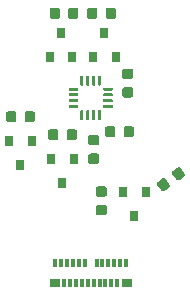
<source format=gbr>
G04 #@! TF.GenerationSoftware,KiCad,Pcbnew,5.1.5*
G04 #@! TF.CreationDate,2020-04-28T21:36:49+02:00*
G04 #@! TF.ProjectId,movingstar,6d6f7669-6e67-4737-9461-722e6b696361,rev?*
G04 #@! TF.SameCoordinates,Original*
G04 #@! TF.FileFunction,Paste,Bot*
G04 #@! TF.FilePolarity,Positive*
%FSLAX46Y46*%
G04 Gerber Fmt 4.6, Leading zero omitted, Abs format (unit mm)*
G04 Created by KiCad (PCBNEW 5.1.5) date 2020-04-28 21:36:49*
%MOMM*%
%LPD*%
G04 APERTURE LIST*
%ADD10C,0.100000*%
%ADD11R,0.300000X0.700000*%
%ADD12R,0.900000X0.700000*%
%ADD13R,0.800000X0.900000*%
G04 APERTURE END LIST*
D10*
G36*
X200818626Y-101050301D02*
G01*
X200824693Y-101051201D01*
X200830643Y-101052691D01*
X200836418Y-101054758D01*
X200841962Y-101057380D01*
X200847223Y-101060533D01*
X200852150Y-101064187D01*
X200856694Y-101068306D01*
X200860813Y-101072850D01*
X200864467Y-101077777D01*
X200867620Y-101083038D01*
X200870242Y-101088582D01*
X200872309Y-101094357D01*
X200873799Y-101100307D01*
X200874699Y-101106374D01*
X200875000Y-101112500D01*
X200875000Y-101812500D01*
X200874699Y-101818626D01*
X200873799Y-101824693D01*
X200872309Y-101830643D01*
X200870242Y-101836418D01*
X200867620Y-101841962D01*
X200864467Y-101847223D01*
X200860813Y-101852150D01*
X200856694Y-101856694D01*
X200852150Y-101860813D01*
X200847223Y-101864467D01*
X200841962Y-101867620D01*
X200836418Y-101870242D01*
X200830643Y-101872309D01*
X200824693Y-101873799D01*
X200818626Y-101874699D01*
X200812500Y-101875000D01*
X200687500Y-101875000D01*
X200681374Y-101874699D01*
X200675307Y-101873799D01*
X200669357Y-101872309D01*
X200663582Y-101870242D01*
X200658038Y-101867620D01*
X200652777Y-101864467D01*
X200647850Y-101860813D01*
X200643306Y-101856694D01*
X200639187Y-101852150D01*
X200635533Y-101847223D01*
X200632380Y-101841962D01*
X200629758Y-101836418D01*
X200627691Y-101830643D01*
X200626201Y-101824693D01*
X200625301Y-101818626D01*
X200625000Y-101812500D01*
X200625000Y-101112500D01*
X200625301Y-101106374D01*
X200626201Y-101100307D01*
X200627691Y-101094357D01*
X200629758Y-101088582D01*
X200632380Y-101083038D01*
X200635533Y-101077777D01*
X200639187Y-101072850D01*
X200643306Y-101068306D01*
X200647850Y-101064187D01*
X200652777Y-101060533D01*
X200658038Y-101057380D01*
X200663582Y-101054758D01*
X200669357Y-101052691D01*
X200675307Y-101051201D01*
X200681374Y-101050301D01*
X200687500Y-101050000D01*
X200812500Y-101050000D01*
X200818626Y-101050301D01*
G37*
G36*
X200318626Y-101050301D02*
G01*
X200324693Y-101051201D01*
X200330643Y-101052691D01*
X200336418Y-101054758D01*
X200341962Y-101057380D01*
X200347223Y-101060533D01*
X200352150Y-101064187D01*
X200356694Y-101068306D01*
X200360813Y-101072850D01*
X200364467Y-101077777D01*
X200367620Y-101083038D01*
X200370242Y-101088582D01*
X200372309Y-101094357D01*
X200373799Y-101100307D01*
X200374699Y-101106374D01*
X200375000Y-101112500D01*
X200375000Y-101812500D01*
X200374699Y-101818626D01*
X200373799Y-101824693D01*
X200372309Y-101830643D01*
X200370242Y-101836418D01*
X200367620Y-101841962D01*
X200364467Y-101847223D01*
X200360813Y-101852150D01*
X200356694Y-101856694D01*
X200352150Y-101860813D01*
X200347223Y-101864467D01*
X200341962Y-101867620D01*
X200336418Y-101870242D01*
X200330643Y-101872309D01*
X200324693Y-101873799D01*
X200318626Y-101874699D01*
X200312500Y-101875000D01*
X200187500Y-101875000D01*
X200181374Y-101874699D01*
X200175307Y-101873799D01*
X200169357Y-101872309D01*
X200163582Y-101870242D01*
X200158038Y-101867620D01*
X200152777Y-101864467D01*
X200147850Y-101860813D01*
X200143306Y-101856694D01*
X200139187Y-101852150D01*
X200135533Y-101847223D01*
X200132380Y-101841962D01*
X200129758Y-101836418D01*
X200127691Y-101830643D01*
X200126201Y-101824693D01*
X200125301Y-101818626D01*
X200125000Y-101812500D01*
X200125000Y-101112500D01*
X200125301Y-101106374D01*
X200126201Y-101100307D01*
X200127691Y-101094357D01*
X200129758Y-101088582D01*
X200132380Y-101083038D01*
X200135533Y-101077777D01*
X200139187Y-101072850D01*
X200143306Y-101068306D01*
X200147850Y-101064187D01*
X200152777Y-101060533D01*
X200158038Y-101057380D01*
X200163582Y-101054758D01*
X200169357Y-101052691D01*
X200175307Y-101051201D01*
X200181374Y-101050301D01*
X200187500Y-101050000D01*
X200312500Y-101050000D01*
X200318626Y-101050301D01*
G37*
G36*
X199818626Y-101050301D02*
G01*
X199824693Y-101051201D01*
X199830643Y-101052691D01*
X199836418Y-101054758D01*
X199841962Y-101057380D01*
X199847223Y-101060533D01*
X199852150Y-101064187D01*
X199856694Y-101068306D01*
X199860813Y-101072850D01*
X199864467Y-101077777D01*
X199867620Y-101083038D01*
X199870242Y-101088582D01*
X199872309Y-101094357D01*
X199873799Y-101100307D01*
X199874699Y-101106374D01*
X199875000Y-101112500D01*
X199875000Y-101812500D01*
X199874699Y-101818626D01*
X199873799Y-101824693D01*
X199872309Y-101830643D01*
X199870242Y-101836418D01*
X199867620Y-101841962D01*
X199864467Y-101847223D01*
X199860813Y-101852150D01*
X199856694Y-101856694D01*
X199852150Y-101860813D01*
X199847223Y-101864467D01*
X199841962Y-101867620D01*
X199836418Y-101870242D01*
X199830643Y-101872309D01*
X199824693Y-101873799D01*
X199818626Y-101874699D01*
X199812500Y-101875000D01*
X199687500Y-101875000D01*
X199681374Y-101874699D01*
X199675307Y-101873799D01*
X199669357Y-101872309D01*
X199663582Y-101870242D01*
X199658038Y-101867620D01*
X199652777Y-101864467D01*
X199647850Y-101860813D01*
X199643306Y-101856694D01*
X199639187Y-101852150D01*
X199635533Y-101847223D01*
X199632380Y-101841962D01*
X199629758Y-101836418D01*
X199627691Y-101830643D01*
X199626201Y-101824693D01*
X199625301Y-101818626D01*
X199625000Y-101812500D01*
X199625000Y-101112500D01*
X199625301Y-101106374D01*
X199626201Y-101100307D01*
X199627691Y-101094357D01*
X199629758Y-101088582D01*
X199632380Y-101083038D01*
X199635533Y-101077777D01*
X199639187Y-101072850D01*
X199643306Y-101068306D01*
X199647850Y-101064187D01*
X199652777Y-101060533D01*
X199658038Y-101057380D01*
X199663582Y-101054758D01*
X199669357Y-101052691D01*
X199675307Y-101051201D01*
X199681374Y-101050301D01*
X199687500Y-101050000D01*
X199812500Y-101050000D01*
X199818626Y-101050301D01*
G37*
G36*
X199318626Y-101050301D02*
G01*
X199324693Y-101051201D01*
X199330643Y-101052691D01*
X199336418Y-101054758D01*
X199341962Y-101057380D01*
X199347223Y-101060533D01*
X199352150Y-101064187D01*
X199356694Y-101068306D01*
X199360813Y-101072850D01*
X199364467Y-101077777D01*
X199367620Y-101083038D01*
X199370242Y-101088582D01*
X199372309Y-101094357D01*
X199373799Y-101100307D01*
X199374699Y-101106374D01*
X199375000Y-101112500D01*
X199375000Y-101812500D01*
X199374699Y-101818626D01*
X199373799Y-101824693D01*
X199372309Y-101830643D01*
X199370242Y-101836418D01*
X199367620Y-101841962D01*
X199364467Y-101847223D01*
X199360813Y-101852150D01*
X199356694Y-101856694D01*
X199352150Y-101860813D01*
X199347223Y-101864467D01*
X199341962Y-101867620D01*
X199336418Y-101870242D01*
X199330643Y-101872309D01*
X199324693Y-101873799D01*
X199318626Y-101874699D01*
X199312500Y-101875000D01*
X199187500Y-101875000D01*
X199181374Y-101874699D01*
X199175307Y-101873799D01*
X199169357Y-101872309D01*
X199163582Y-101870242D01*
X199158038Y-101867620D01*
X199152777Y-101864467D01*
X199147850Y-101860813D01*
X199143306Y-101856694D01*
X199139187Y-101852150D01*
X199135533Y-101847223D01*
X199132380Y-101841962D01*
X199129758Y-101836418D01*
X199127691Y-101830643D01*
X199126201Y-101824693D01*
X199125301Y-101818626D01*
X199125000Y-101812500D01*
X199125000Y-101112500D01*
X199125301Y-101106374D01*
X199126201Y-101100307D01*
X199127691Y-101094357D01*
X199129758Y-101088582D01*
X199132380Y-101083038D01*
X199135533Y-101077777D01*
X199139187Y-101072850D01*
X199143306Y-101068306D01*
X199147850Y-101064187D01*
X199152777Y-101060533D01*
X199158038Y-101057380D01*
X199163582Y-101054758D01*
X199169357Y-101052691D01*
X199175307Y-101051201D01*
X199181374Y-101050301D01*
X199187500Y-101050000D01*
X199312500Y-101050000D01*
X199318626Y-101050301D01*
G37*
G36*
X198893626Y-100625301D02*
G01*
X198899693Y-100626201D01*
X198905643Y-100627691D01*
X198911418Y-100629758D01*
X198916962Y-100632380D01*
X198922223Y-100635533D01*
X198927150Y-100639187D01*
X198931694Y-100643306D01*
X198935813Y-100647850D01*
X198939467Y-100652777D01*
X198942620Y-100658038D01*
X198945242Y-100663582D01*
X198947309Y-100669357D01*
X198948799Y-100675307D01*
X198949699Y-100681374D01*
X198950000Y-100687500D01*
X198950000Y-100812500D01*
X198949699Y-100818626D01*
X198948799Y-100824693D01*
X198947309Y-100830643D01*
X198945242Y-100836418D01*
X198942620Y-100841962D01*
X198939467Y-100847223D01*
X198935813Y-100852150D01*
X198931694Y-100856694D01*
X198927150Y-100860813D01*
X198922223Y-100864467D01*
X198916962Y-100867620D01*
X198911418Y-100870242D01*
X198905643Y-100872309D01*
X198899693Y-100873799D01*
X198893626Y-100874699D01*
X198887500Y-100875000D01*
X198187500Y-100875000D01*
X198181374Y-100874699D01*
X198175307Y-100873799D01*
X198169357Y-100872309D01*
X198163582Y-100870242D01*
X198158038Y-100867620D01*
X198152777Y-100864467D01*
X198147850Y-100860813D01*
X198143306Y-100856694D01*
X198139187Y-100852150D01*
X198135533Y-100847223D01*
X198132380Y-100841962D01*
X198129758Y-100836418D01*
X198127691Y-100830643D01*
X198126201Y-100824693D01*
X198125301Y-100818626D01*
X198125000Y-100812500D01*
X198125000Y-100687500D01*
X198125301Y-100681374D01*
X198126201Y-100675307D01*
X198127691Y-100669357D01*
X198129758Y-100663582D01*
X198132380Y-100658038D01*
X198135533Y-100652777D01*
X198139187Y-100647850D01*
X198143306Y-100643306D01*
X198147850Y-100639187D01*
X198152777Y-100635533D01*
X198158038Y-100632380D01*
X198163582Y-100629758D01*
X198169357Y-100627691D01*
X198175307Y-100626201D01*
X198181374Y-100625301D01*
X198187500Y-100625000D01*
X198887500Y-100625000D01*
X198893626Y-100625301D01*
G37*
G36*
X198893626Y-100125301D02*
G01*
X198899693Y-100126201D01*
X198905643Y-100127691D01*
X198911418Y-100129758D01*
X198916962Y-100132380D01*
X198922223Y-100135533D01*
X198927150Y-100139187D01*
X198931694Y-100143306D01*
X198935813Y-100147850D01*
X198939467Y-100152777D01*
X198942620Y-100158038D01*
X198945242Y-100163582D01*
X198947309Y-100169357D01*
X198948799Y-100175307D01*
X198949699Y-100181374D01*
X198950000Y-100187500D01*
X198950000Y-100312500D01*
X198949699Y-100318626D01*
X198948799Y-100324693D01*
X198947309Y-100330643D01*
X198945242Y-100336418D01*
X198942620Y-100341962D01*
X198939467Y-100347223D01*
X198935813Y-100352150D01*
X198931694Y-100356694D01*
X198927150Y-100360813D01*
X198922223Y-100364467D01*
X198916962Y-100367620D01*
X198911418Y-100370242D01*
X198905643Y-100372309D01*
X198899693Y-100373799D01*
X198893626Y-100374699D01*
X198887500Y-100375000D01*
X198187500Y-100375000D01*
X198181374Y-100374699D01*
X198175307Y-100373799D01*
X198169357Y-100372309D01*
X198163582Y-100370242D01*
X198158038Y-100367620D01*
X198152777Y-100364467D01*
X198147850Y-100360813D01*
X198143306Y-100356694D01*
X198139187Y-100352150D01*
X198135533Y-100347223D01*
X198132380Y-100341962D01*
X198129758Y-100336418D01*
X198127691Y-100330643D01*
X198126201Y-100324693D01*
X198125301Y-100318626D01*
X198125000Y-100312500D01*
X198125000Y-100187500D01*
X198125301Y-100181374D01*
X198126201Y-100175307D01*
X198127691Y-100169357D01*
X198129758Y-100163582D01*
X198132380Y-100158038D01*
X198135533Y-100152777D01*
X198139187Y-100147850D01*
X198143306Y-100143306D01*
X198147850Y-100139187D01*
X198152777Y-100135533D01*
X198158038Y-100132380D01*
X198163582Y-100129758D01*
X198169357Y-100127691D01*
X198175307Y-100126201D01*
X198181374Y-100125301D01*
X198187500Y-100125000D01*
X198887500Y-100125000D01*
X198893626Y-100125301D01*
G37*
G36*
X198893626Y-99625301D02*
G01*
X198899693Y-99626201D01*
X198905643Y-99627691D01*
X198911418Y-99629758D01*
X198916962Y-99632380D01*
X198922223Y-99635533D01*
X198927150Y-99639187D01*
X198931694Y-99643306D01*
X198935813Y-99647850D01*
X198939467Y-99652777D01*
X198942620Y-99658038D01*
X198945242Y-99663582D01*
X198947309Y-99669357D01*
X198948799Y-99675307D01*
X198949699Y-99681374D01*
X198950000Y-99687500D01*
X198950000Y-99812500D01*
X198949699Y-99818626D01*
X198948799Y-99824693D01*
X198947309Y-99830643D01*
X198945242Y-99836418D01*
X198942620Y-99841962D01*
X198939467Y-99847223D01*
X198935813Y-99852150D01*
X198931694Y-99856694D01*
X198927150Y-99860813D01*
X198922223Y-99864467D01*
X198916962Y-99867620D01*
X198911418Y-99870242D01*
X198905643Y-99872309D01*
X198899693Y-99873799D01*
X198893626Y-99874699D01*
X198887500Y-99875000D01*
X198187500Y-99875000D01*
X198181374Y-99874699D01*
X198175307Y-99873799D01*
X198169357Y-99872309D01*
X198163582Y-99870242D01*
X198158038Y-99867620D01*
X198152777Y-99864467D01*
X198147850Y-99860813D01*
X198143306Y-99856694D01*
X198139187Y-99852150D01*
X198135533Y-99847223D01*
X198132380Y-99841962D01*
X198129758Y-99836418D01*
X198127691Y-99830643D01*
X198126201Y-99824693D01*
X198125301Y-99818626D01*
X198125000Y-99812500D01*
X198125000Y-99687500D01*
X198125301Y-99681374D01*
X198126201Y-99675307D01*
X198127691Y-99669357D01*
X198129758Y-99663582D01*
X198132380Y-99658038D01*
X198135533Y-99652777D01*
X198139187Y-99647850D01*
X198143306Y-99643306D01*
X198147850Y-99639187D01*
X198152777Y-99635533D01*
X198158038Y-99632380D01*
X198163582Y-99629758D01*
X198169357Y-99627691D01*
X198175307Y-99626201D01*
X198181374Y-99625301D01*
X198187500Y-99625000D01*
X198887500Y-99625000D01*
X198893626Y-99625301D01*
G37*
G36*
X198893626Y-99125301D02*
G01*
X198899693Y-99126201D01*
X198905643Y-99127691D01*
X198911418Y-99129758D01*
X198916962Y-99132380D01*
X198922223Y-99135533D01*
X198927150Y-99139187D01*
X198931694Y-99143306D01*
X198935813Y-99147850D01*
X198939467Y-99152777D01*
X198942620Y-99158038D01*
X198945242Y-99163582D01*
X198947309Y-99169357D01*
X198948799Y-99175307D01*
X198949699Y-99181374D01*
X198950000Y-99187500D01*
X198950000Y-99312500D01*
X198949699Y-99318626D01*
X198948799Y-99324693D01*
X198947309Y-99330643D01*
X198945242Y-99336418D01*
X198942620Y-99341962D01*
X198939467Y-99347223D01*
X198935813Y-99352150D01*
X198931694Y-99356694D01*
X198927150Y-99360813D01*
X198922223Y-99364467D01*
X198916962Y-99367620D01*
X198911418Y-99370242D01*
X198905643Y-99372309D01*
X198899693Y-99373799D01*
X198893626Y-99374699D01*
X198887500Y-99375000D01*
X198187500Y-99375000D01*
X198181374Y-99374699D01*
X198175307Y-99373799D01*
X198169357Y-99372309D01*
X198163582Y-99370242D01*
X198158038Y-99367620D01*
X198152777Y-99364467D01*
X198147850Y-99360813D01*
X198143306Y-99356694D01*
X198139187Y-99352150D01*
X198135533Y-99347223D01*
X198132380Y-99341962D01*
X198129758Y-99336418D01*
X198127691Y-99330643D01*
X198126201Y-99324693D01*
X198125301Y-99318626D01*
X198125000Y-99312500D01*
X198125000Y-99187500D01*
X198125301Y-99181374D01*
X198126201Y-99175307D01*
X198127691Y-99169357D01*
X198129758Y-99163582D01*
X198132380Y-99158038D01*
X198135533Y-99152777D01*
X198139187Y-99147850D01*
X198143306Y-99143306D01*
X198147850Y-99139187D01*
X198152777Y-99135533D01*
X198158038Y-99132380D01*
X198163582Y-99129758D01*
X198169357Y-99127691D01*
X198175307Y-99126201D01*
X198181374Y-99125301D01*
X198187500Y-99125000D01*
X198887500Y-99125000D01*
X198893626Y-99125301D01*
G37*
G36*
X199318626Y-98125301D02*
G01*
X199324693Y-98126201D01*
X199330643Y-98127691D01*
X199336418Y-98129758D01*
X199341962Y-98132380D01*
X199347223Y-98135533D01*
X199352150Y-98139187D01*
X199356694Y-98143306D01*
X199360813Y-98147850D01*
X199364467Y-98152777D01*
X199367620Y-98158038D01*
X199370242Y-98163582D01*
X199372309Y-98169357D01*
X199373799Y-98175307D01*
X199374699Y-98181374D01*
X199375000Y-98187500D01*
X199375000Y-98887500D01*
X199374699Y-98893626D01*
X199373799Y-98899693D01*
X199372309Y-98905643D01*
X199370242Y-98911418D01*
X199367620Y-98916962D01*
X199364467Y-98922223D01*
X199360813Y-98927150D01*
X199356694Y-98931694D01*
X199352150Y-98935813D01*
X199347223Y-98939467D01*
X199341962Y-98942620D01*
X199336418Y-98945242D01*
X199330643Y-98947309D01*
X199324693Y-98948799D01*
X199318626Y-98949699D01*
X199312500Y-98950000D01*
X199187500Y-98950000D01*
X199181374Y-98949699D01*
X199175307Y-98948799D01*
X199169357Y-98947309D01*
X199163582Y-98945242D01*
X199158038Y-98942620D01*
X199152777Y-98939467D01*
X199147850Y-98935813D01*
X199143306Y-98931694D01*
X199139187Y-98927150D01*
X199135533Y-98922223D01*
X199132380Y-98916962D01*
X199129758Y-98911418D01*
X199127691Y-98905643D01*
X199126201Y-98899693D01*
X199125301Y-98893626D01*
X199125000Y-98887500D01*
X199125000Y-98187500D01*
X199125301Y-98181374D01*
X199126201Y-98175307D01*
X199127691Y-98169357D01*
X199129758Y-98163582D01*
X199132380Y-98158038D01*
X199135533Y-98152777D01*
X199139187Y-98147850D01*
X199143306Y-98143306D01*
X199147850Y-98139187D01*
X199152777Y-98135533D01*
X199158038Y-98132380D01*
X199163582Y-98129758D01*
X199169357Y-98127691D01*
X199175307Y-98126201D01*
X199181374Y-98125301D01*
X199187500Y-98125000D01*
X199312500Y-98125000D01*
X199318626Y-98125301D01*
G37*
G36*
X199818626Y-98125301D02*
G01*
X199824693Y-98126201D01*
X199830643Y-98127691D01*
X199836418Y-98129758D01*
X199841962Y-98132380D01*
X199847223Y-98135533D01*
X199852150Y-98139187D01*
X199856694Y-98143306D01*
X199860813Y-98147850D01*
X199864467Y-98152777D01*
X199867620Y-98158038D01*
X199870242Y-98163582D01*
X199872309Y-98169357D01*
X199873799Y-98175307D01*
X199874699Y-98181374D01*
X199875000Y-98187500D01*
X199875000Y-98887500D01*
X199874699Y-98893626D01*
X199873799Y-98899693D01*
X199872309Y-98905643D01*
X199870242Y-98911418D01*
X199867620Y-98916962D01*
X199864467Y-98922223D01*
X199860813Y-98927150D01*
X199856694Y-98931694D01*
X199852150Y-98935813D01*
X199847223Y-98939467D01*
X199841962Y-98942620D01*
X199836418Y-98945242D01*
X199830643Y-98947309D01*
X199824693Y-98948799D01*
X199818626Y-98949699D01*
X199812500Y-98950000D01*
X199687500Y-98950000D01*
X199681374Y-98949699D01*
X199675307Y-98948799D01*
X199669357Y-98947309D01*
X199663582Y-98945242D01*
X199658038Y-98942620D01*
X199652777Y-98939467D01*
X199647850Y-98935813D01*
X199643306Y-98931694D01*
X199639187Y-98927150D01*
X199635533Y-98922223D01*
X199632380Y-98916962D01*
X199629758Y-98911418D01*
X199627691Y-98905643D01*
X199626201Y-98899693D01*
X199625301Y-98893626D01*
X199625000Y-98887500D01*
X199625000Y-98187500D01*
X199625301Y-98181374D01*
X199626201Y-98175307D01*
X199627691Y-98169357D01*
X199629758Y-98163582D01*
X199632380Y-98158038D01*
X199635533Y-98152777D01*
X199639187Y-98147850D01*
X199643306Y-98143306D01*
X199647850Y-98139187D01*
X199652777Y-98135533D01*
X199658038Y-98132380D01*
X199663582Y-98129758D01*
X199669357Y-98127691D01*
X199675307Y-98126201D01*
X199681374Y-98125301D01*
X199687500Y-98125000D01*
X199812500Y-98125000D01*
X199818626Y-98125301D01*
G37*
G36*
X200318626Y-98125301D02*
G01*
X200324693Y-98126201D01*
X200330643Y-98127691D01*
X200336418Y-98129758D01*
X200341962Y-98132380D01*
X200347223Y-98135533D01*
X200352150Y-98139187D01*
X200356694Y-98143306D01*
X200360813Y-98147850D01*
X200364467Y-98152777D01*
X200367620Y-98158038D01*
X200370242Y-98163582D01*
X200372309Y-98169357D01*
X200373799Y-98175307D01*
X200374699Y-98181374D01*
X200375000Y-98187500D01*
X200375000Y-98887500D01*
X200374699Y-98893626D01*
X200373799Y-98899693D01*
X200372309Y-98905643D01*
X200370242Y-98911418D01*
X200367620Y-98916962D01*
X200364467Y-98922223D01*
X200360813Y-98927150D01*
X200356694Y-98931694D01*
X200352150Y-98935813D01*
X200347223Y-98939467D01*
X200341962Y-98942620D01*
X200336418Y-98945242D01*
X200330643Y-98947309D01*
X200324693Y-98948799D01*
X200318626Y-98949699D01*
X200312500Y-98950000D01*
X200187500Y-98950000D01*
X200181374Y-98949699D01*
X200175307Y-98948799D01*
X200169357Y-98947309D01*
X200163582Y-98945242D01*
X200158038Y-98942620D01*
X200152777Y-98939467D01*
X200147850Y-98935813D01*
X200143306Y-98931694D01*
X200139187Y-98927150D01*
X200135533Y-98922223D01*
X200132380Y-98916962D01*
X200129758Y-98911418D01*
X200127691Y-98905643D01*
X200126201Y-98899693D01*
X200125301Y-98893626D01*
X200125000Y-98887500D01*
X200125000Y-98187500D01*
X200125301Y-98181374D01*
X200126201Y-98175307D01*
X200127691Y-98169357D01*
X200129758Y-98163582D01*
X200132380Y-98158038D01*
X200135533Y-98152777D01*
X200139187Y-98147850D01*
X200143306Y-98143306D01*
X200147850Y-98139187D01*
X200152777Y-98135533D01*
X200158038Y-98132380D01*
X200163582Y-98129758D01*
X200169357Y-98127691D01*
X200175307Y-98126201D01*
X200181374Y-98125301D01*
X200187500Y-98125000D01*
X200312500Y-98125000D01*
X200318626Y-98125301D01*
G37*
G36*
X200818626Y-98125301D02*
G01*
X200824693Y-98126201D01*
X200830643Y-98127691D01*
X200836418Y-98129758D01*
X200841962Y-98132380D01*
X200847223Y-98135533D01*
X200852150Y-98139187D01*
X200856694Y-98143306D01*
X200860813Y-98147850D01*
X200864467Y-98152777D01*
X200867620Y-98158038D01*
X200870242Y-98163582D01*
X200872309Y-98169357D01*
X200873799Y-98175307D01*
X200874699Y-98181374D01*
X200875000Y-98187500D01*
X200875000Y-98887500D01*
X200874699Y-98893626D01*
X200873799Y-98899693D01*
X200872309Y-98905643D01*
X200870242Y-98911418D01*
X200867620Y-98916962D01*
X200864467Y-98922223D01*
X200860813Y-98927150D01*
X200856694Y-98931694D01*
X200852150Y-98935813D01*
X200847223Y-98939467D01*
X200841962Y-98942620D01*
X200836418Y-98945242D01*
X200830643Y-98947309D01*
X200824693Y-98948799D01*
X200818626Y-98949699D01*
X200812500Y-98950000D01*
X200687500Y-98950000D01*
X200681374Y-98949699D01*
X200675307Y-98948799D01*
X200669357Y-98947309D01*
X200663582Y-98945242D01*
X200658038Y-98942620D01*
X200652777Y-98939467D01*
X200647850Y-98935813D01*
X200643306Y-98931694D01*
X200639187Y-98927150D01*
X200635533Y-98922223D01*
X200632380Y-98916962D01*
X200629758Y-98911418D01*
X200627691Y-98905643D01*
X200626201Y-98899693D01*
X200625301Y-98893626D01*
X200625000Y-98887500D01*
X200625000Y-98187500D01*
X200625301Y-98181374D01*
X200626201Y-98175307D01*
X200627691Y-98169357D01*
X200629758Y-98163582D01*
X200632380Y-98158038D01*
X200635533Y-98152777D01*
X200639187Y-98147850D01*
X200643306Y-98143306D01*
X200647850Y-98139187D01*
X200652777Y-98135533D01*
X200658038Y-98132380D01*
X200663582Y-98129758D01*
X200669357Y-98127691D01*
X200675307Y-98126201D01*
X200681374Y-98125301D01*
X200687500Y-98125000D01*
X200812500Y-98125000D01*
X200818626Y-98125301D01*
G37*
G36*
X201818626Y-99125301D02*
G01*
X201824693Y-99126201D01*
X201830643Y-99127691D01*
X201836418Y-99129758D01*
X201841962Y-99132380D01*
X201847223Y-99135533D01*
X201852150Y-99139187D01*
X201856694Y-99143306D01*
X201860813Y-99147850D01*
X201864467Y-99152777D01*
X201867620Y-99158038D01*
X201870242Y-99163582D01*
X201872309Y-99169357D01*
X201873799Y-99175307D01*
X201874699Y-99181374D01*
X201875000Y-99187500D01*
X201875000Y-99312500D01*
X201874699Y-99318626D01*
X201873799Y-99324693D01*
X201872309Y-99330643D01*
X201870242Y-99336418D01*
X201867620Y-99341962D01*
X201864467Y-99347223D01*
X201860813Y-99352150D01*
X201856694Y-99356694D01*
X201852150Y-99360813D01*
X201847223Y-99364467D01*
X201841962Y-99367620D01*
X201836418Y-99370242D01*
X201830643Y-99372309D01*
X201824693Y-99373799D01*
X201818626Y-99374699D01*
X201812500Y-99375000D01*
X201112500Y-99375000D01*
X201106374Y-99374699D01*
X201100307Y-99373799D01*
X201094357Y-99372309D01*
X201088582Y-99370242D01*
X201083038Y-99367620D01*
X201077777Y-99364467D01*
X201072850Y-99360813D01*
X201068306Y-99356694D01*
X201064187Y-99352150D01*
X201060533Y-99347223D01*
X201057380Y-99341962D01*
X201054758Y-99336418D01*
X201052691Y-99330643D01*
X201051201Y-99324693D01*
X201050301Y-99318626D01*
X201050000Y-99312500D01*
X201050000Y-99187500D01*
X201050301Y-99181374D01*
X201051201Y-99175307D01*
X201052691Y-99169357D01*
X201054758Y-99163582D01*
X201057380Y-99158038D01*
X201060533Y-99152777D01*
X201064187Y-99147850D01*
X201068306Y-99143306D01*
X201072850Y-99139187D01*
X201077777Y-99135533D01*
X201083038Y-99132380D01*
X201088582Y-99129758D01*
X201094357Y-99127691D01*
X201100307Y-99126201D01*
X201106374Y-99125301D01*
X201112500Y-99125000D01*
X201812500Y-99125000D01*
X201818626Y-99125301D01*
G37*
G36*
X201818626Y-99625301D02*
G01*
X201824693Y-99626201D01*
X201830643Y-99627691D01*
X201836418Y-99629758D01*
X201841962Y-99632380D01*
X201847223Y-99635533D01*
X201852150Y-99639187D01*
X201856694Y-99643306D01*
X201860813Y-99647850D01*
X201864467Y-99652777D01*
X201867620Y-99658038D01*
X201870242Y-99663582D01*
X201872309Y-99669357D01*
X201873799Y-99675307D01*
X201874699Y-99681374D01*
X201875000Y-99687500D01*
X201875000Y-99812500D01*
X201874699Y-99818626D01*
X201873799Y-99824693D01*
X201872309Y-99830643D01*
X201870242Y-99836418D01*
X201867620Y-99841962D01*
X201864467Y-99847223D01*
X201860813Y-99852150D01*
X201856694Y-99856694D01*
X201852150Y-99860813D01*
X201847223Y-99864467D01*
X201841962Y-99867620D01*
X201836418Y-99870242D01*
X201830643Y-99872309D01*
X201824693Y-99873799D01*
X201818626Y-99874699D01*
X201812500Y-99875000D01*
X201112500Y-99875000D01*
X201106374Y-99874699D01*
X201100307Y-99873799D01*
X201094357Y-99872309D01*
X201088582Y-99870242D01*
X201083038Y-99867620D01*
X201077777Y-99864467D01*
X201072850Y-99860813D01*
X201068306Y-99856694D01*
X201064187Y-99852150D01*
X201060533Y-99847223D01*
X201057380Y-99841962D01*
X201054758Y-99836418D01*
X201052691Y-99830643D01*
X201051201Y-99824693D01*
X201050301Y-99818626D01*
X201050000Y-99812500D01*
X201050000Y-99687500D01*
X201050301Y-99681374D01*
X201051201Y-99675307D01*
X201052691Y-99669357D01*
X201054758Y-99663582D01*
X201057380Y-99658038D01*
X201060533Y-99652777D01*
X201064187Y-99647850D01*
X201068306Y-99643306D01*
X201072850Y-99639187D01*
X201077777Y-99635533D01*
X201083038Y-99632380D01*
X201088582Y-99629758D01*
X201094357Y-99627691D01*
X201100307Y-99626201D01*
X201106374Y-99625301D01*
X201112500Y-99625000D01*
X201812500Y-99625000D01*
X201818626Y-99625301D01*
G37*
G36*
X201818626Y-100125301D02*
G01*
X201824693Y-100126201D01*
X201830643Y-100127691D01*
X201836418Y-100129758D01*
X201841962Y-100132380D01*
X201847223Y-100135533D01*
X201852150Y-100139187D01*
X201856694Y-100143306D01*
X201860813Y-100147850D01*
X201864467Y-100152777D01*
X201867620Y-100158038D01*
X201870242Y-100163582D01*
X201872309Y-100169357D01*
X201873799Y-100175307D01*
X201874699Y-100181374D01*
X201875000Y-100187500D01*
X201875000Y-100312500D01*
X201874699Y-100318626D01*
X201873799Y-100324693D01*
X201872309Y-100330643D01*
X201870242Y-100336418D01*
X201867620Y-100341962D01*
X201864467Y-100347223D01*
X201860813Y-100352150D01*
X201856694Y-100356694D01*
X201852150Y-100360813D01*
X201847223Y-100364467D01*
X201841962Y-100367620D01*
X201836418Y-100370242D01*
X201830643Y-100372309D01*
X201824693Y-100373799D01*
X201818626Y-100374699D01*
X201812500Y-100375000D01*
X201112500Y-100375000D01*
X201106374Y-100374699D01*
X201100307Y-100373799D01*
X201094357Y-100372309D01*
X201088582Y-100370242D01*
X201083038Y-100367620D01*
X201077777Y-100364467D01*
X201072850Y-100360813D01*
X201068306Y-100356694D01*
X201064187Y-100352150D01*
X201060533Y-100347223D01*
X201057380Y-100341962D01*
X201054758Y-100336418D01*
X201052691Y-100330643D01*
X201051201Y-100324693D01*
X201050301Y-100318626D01*
X201050000Y-100312500D01*
X201050000Y-100187500D01*
X201050301Y-100181374D01*
X201051201Y-100175307D01*
X201052691Y-100169357D01*
X201054758Y-100163582D01*
X201057380Y-100158038D01*
X201060533Y-100152777D01*
X201064187Y-100147850D01*
X201068306Y-100143306D01*
X201072850Y-100139187D01*
X201077777Y-100135533D01*
X201083038Y-100132380D01*
X201088582Y-100129758D01*
X201094357Y-100127691D01*
X201100307Y-100126201D01*
X201106374Y-100125301D01*
X201112500Y-100125000D01*
X201812500Y-100125000D01*
X201818626Y-100125301D01*
G37*
G36*
X201818626Y-100625301D02*
G01*
X201824693Y-100626201D01*
X201830643Y-100627691D01*
X201836418Y-100629758D01*
X201841962Y-100632380D01*
X201847223Y-100635533D01*
X201852150Y-100639187D01*
X201856694Y-100643306D01*
X201860813Y-100647850D01*
X201864467Y-100652777D01*
X201867620Y-100658038D01*
X201870242Y-100663582D01*
X201872309Y-100669357D01*
X201873799Y-100675307D01*
X201874699Y-100681374D01*
X201875000Y-100687500D01*
X201875000Y-100812500D01*
X201874699Y-100818626D01*
X201873799Y-100824693D01*
X201872309Y-100830643D01*
X201870242Y-100836418D01*
X201867620Y-100841962D01*
X201864467Y-100847223D01*
X201860813Y-100852150D01*
X201856694Y-100856694D01*
X201852150Y-100860813D01*
X201847223Y-100864467D01*
X201841962Y-100867620D01*
X201836418Y-100870242D01*
X201830643Y-100872309D01*
X201824693Y-100873799D01*
X201818626Y-100874699D01*
X201812500Y-100875000D01*
X201112500Y-100875000D01*
X201106374Y-100874699D01*
X201100307Y-100873799D01*
X201094357Y-100872309D01*
X201088582Y-100870242D01*
X201083038Y-100867620D01*
X201077777Y-100864467D01*
X201072850Y-100860813D01*
X201068306Y-100856694D01*
X201064187Y-100852150D01*
X201060533Y-100847223D01*
X201057380Y-100841962D01*
X201054758Y-100836418D01*
X201052691Y-100830643D01*
X201051201Y-100824693D01*
X201050301Y-100818626D01*
X201050000Y-100812500D01*
X201050000Y-100687500D01*
X201050301Y-100681374D01*
X201051201Y-100675307D01*
X201052691Y-100669357D01*
X201054758Y-100663582D01*
X201057380Y-100658038D01*
X201060533Y-100652777D01*
X201064187Y-100647850D01*
X201068306Y-100643306D01*
X201072850Y-100639187D01*
X201077777Y-100635533D01*
X201083038Y-100632380D01*
X201088582Y-100629758D01*
X201094357Y-100627691D01*
X201100307Y-100626201D01*
X201106374Y-100625301D01*
X201112500Y-100625000D01*
X201812500Y-100625000D01*
X201818626Y-100625301D01*
G37*
G36*
X207457731Y-105866059D02*
G01*
X207479073Y-105868373D01*
X207500085Y-105872768D01*
X207520566Y-105879201D01*
X207540317Y-105887610D01*
X207559149Y-105897915D01*
X207576881Y-105910016D01*
X207593340Y-105923797D01*
X207608370Y-105939125D01*
X207621826Y-105955852D01*
X207923066Y-106370474D01*
X207934816Y-106388440D01*
X207944749Y-106407470D01*
X207952769Y-106427383D01*
X207958799Y-106447986D01*
X207962780Y-106469081D01*
X207964674Y-106490464D01*
X207964464Y-106511930D01*
X207962150Y-106533272D01*
X207957755Y-106554285D01*
X207951322Y-106574765D01*
X207942913Y-106594517D01*
X207932608Y-106613349D01*
X207920507Y-106631080D01*
X207906726Y-106647540D01*
X207891398Y-106662570D01*
X207874671Y-106676024D01*
X207520727Y-106933180D01*
X207502762Y-106944931D01*
X207483731Y-106954864D01*
X207463818Y-106962884D01*
X207443215Y-106968914D01*
X207422121Y-106972895D01*
X207400737Y-106974789D01*
X207379271Y-106974579D01*
X207357929Y-106972265D01*
X207336917Y-106967870D01*
X207316436Y-106961437D01*
X207296685Y-106953028D01*
X207277853Y-106942723D01*
X207260121Y-106930622D01*
X207243662Y-106916841D01*
X207228632Y-106901513D01*
X207215176Y-106884786D01*
X206913936Y-106470164D01*
X206902186Y-106452198D01*
X206892253Y-106433168D01*
X206884233Y-106413255D01*
X206878203Y-106392652D01*
X206874222Y-106371557D01*
X206872328Y-106350174D01*
X206872538Y-106328708D01*
X206874852Y-106307366D01*
X206879247Y-106286353D01*
X206885680Y-106265873D01*
X206894089Y-106246121D01*
X206904394Y-106227289D01*
X206916495Y-106209558D01*
X206930276Y-106193098D01*
X206945604Y-106178068D01*
X206962331Y-106164614D01*
X207316275Y-105907458D01*
X207334240Y-105895707D01*
X207353271Y-105885774D01*
X207373184Y-105877754D01*
X207393787Y-105871724D01*
X207414881Y-105867743D01*
X207436265Y-105865849D01*
X207457731Y-105866059D01*
G37*
G36*
X206183529Y-106791821D02*
G01*
X206204871Y-106794135D01*
X206225883Y-106798530D01*
X206246364Y-106804963D01*
X206266115Y-106813372D01*
X206284947Y-106823677D01*
X206302679Y-106835778D01*
X206319138Y-106849559D01*
X206334168Y-106864887D01*
X206347624Y-106881614D01*
X206648864Y-107296236D01*
X206660614Y-107314202D01*
X206670547Y-107333232D01*
X206678567Y-107353145D01*
X206684597Y-107373748D01*
X206688578Y-107394843D01*
X206690472Y-107416226D01*
X206690262Y-107437692D01*
X206687948Y-107459034D01*
X206683553Y-107480047D01*
X206677120Y-107500527D01*
X206668711Y-107520279D01*
X206658406Y-107539111D01*
X206646305Y-107556842D01*
X206632524Y-107573302D01*
X206617196Y-107588332D01*
X206600469Y-107601786D01*
X206246525Y-107858942D01*
X206228560Y-107870693D01*
X206209529Y-107880626D01*
X206189616Y-107888646D01*
X206169013Y-107894676D01*
X206147919Y-107898657D01*
X206126535Y-107900551D01*
X206105069Y-107900341D01*
X206083727Y-107898027D01*
X206062715Y-107893632D01*
X206042234Y-107887199D01*
X206022483Y-107878790D01*
X206003651Y-107868485D01*
X205985919Y-107856384D01*
X205969460Y-107842603D01*
X205954430Y-107827275D01*
X205940974Y-107810548D01*
X205639734Y-107395926D01*
X205627984Y-107377960D01*
X205618051Y-107358930D01*
X205610031Y-107339017D01*
X205604001Y-107318414D01*
X205600020Y-107297319D01*
X205598126Y-107275936D01*
X205598336Y-107254470D01*
X205600650Y-107233128D01*
X205605045Y-107212115D01*
X205611478Y-107191635D01*
X205619887Y-107171883D01*
X205630192Y-107153051D01*
X205642293Y-107135320D01*
X205656074Y-107118860D01*
X205671402Y-107103830D01*
X205688129Y-107090376D01*
X206042073Y-106833220D01*
X206060038Y-106821469D01*
X206079069Y-106811536D01*
X206098982Y-106803516D01*
X206119585Y-106797486D01*
X206140679Y-106793505D01*
X206162063Y-106791611D01*
X206183529Y-106791821D01*
G37*
G36*
X201191691Y-109063053D02*
G01*
X201212926Y-109066203D01*
X201233750Y-109071419D01*
X201253962Y-109078651D01*
X201273368Y-109087830D01*
X201291781Y-109098866D01*
X201309024Y-109111654D01*
X201324930Y-109126070D01*
X201339346Y-109141976D01*
X201352134Y-109159219D01*
X201363170Y-109177632D01*
X201372349Y-109197038D01*
X201379581Y-109217250D01*
X201384797Y-109238074D01*
X201387947Y-109259309D01*
X201389000Y-109280750D01*
X201389000Y-109718250D01*
X201387947Y-109739691D01*
X201384797Y-109760926D01*
X201379581Y-109781750D01*
X201372349Y-109801962D01*
X201363170Y-109821368D01*
X201352134Y-109839781D01*
X201339346Y-109857024D01*
X201324930Y-109872930D01*
X201309024Y-109887346D01*
X201291781Y-109900134D01*
X201273368Y-109911170D01*
X201253962Y-109920349D01*
X201233750Y-109927581D01*
X201212926Y-109932797D01*
X201191691Y-109935947D01*
X201170250Y-109937000D01*
X200657750Y-109937000D01*
X200636309Y-109935947D01*
X200615074Y-109932797D01*
X200594250Y-109927581D01*
X200574038Y-109920349D01*
X200554632Y-109911170D01*
X200536219Y-109900134D01*
X200518976Y-109887346D01*
X200503070Y-109872930D01*
X200488654Y-109857024D01*
X200475866Y-109839781D01*
X200464830Y-109821368D01*
X200455651Y-109801962D01*
X200448419Y-109781750D01*
X200443203Y-109760926D01*
X200440053Y-109739691D01*
X200439000Y-109718250D01*
X200439000Y-109280750D01*
X200440053Y-109259309D01*
X200443203Y-109238074D01*
X200448419Y-109217250D01*
X200455651Y-109197038D01*
X200464830Y-109177632D01*
X200475866Y-109159219D01*
X200488654Y-109141976D01*
X200503070Y-109126070D01*
X200518976Y-109111654D01*
X200536219Y-109098866D01*
X200554632Y-109087830D01*
X200574038Y-109078651D01*
X200594250Y-109071419D01*
X200615074Y-109066203D01*
X200636309Y-109063053D01*
X200657750Y-109062000D01*
X201170250Y-109062000D01*
X201191691Y-109063053D01*
G37*
G36*
X201191691Y-107488053D02*
G01*
X201212926Y-107491203D01*
X201233750Y-107496419D01*
X201253962Y-107503651D01*
X201273368Y-107512830D01*
X201291781Y-107523866D01*
X201309024Y-107536654D01*
X201324930Y-107551070D01*
X201339346Y-107566976D01*
X201352134Y-107584219D01*
X201363170Y-107602632D01*
X201372349Y-107622038D01*
X201379581Y-107642250D01*
X201384797Y-107663074D01*
X201387947Y-107684309D01*
X201389000Y-107705750D01*
X201389000Y-108143250D01*
X201387947Y-108164691D01*
X201384797Y-108185926D01*
X201379581Y-108206750D01*
X201372349Y-108226962D01*
X201363170Y-108246368D01*
X201352134Y-108264781D01*
X201339346Y-108282024D01*
X201324930Y-108297930D01*
X201309024Y-108312346D01*
X201291781Y-108325134D01*
X201273368Y-108336170D01*
X201253962Y-108345349D01*
X201233750Y-108352581D01*
X201212926Y-108357797D01*
X201191691Y-108360947D01*
X201170250Y-108362000D01*
X200657750Y-108362000D01*
X200636309Y-108360947D01*
X200615074Y-108357797D01*
X200594250Y-108352581D01*
X200574038Y-108345349D01*
X200554632Y-108336170D01*
X200536219Y-108325134D01*
X200518976Y-108312346D01*
X200503070Y-108297930D01*
X200488654Y-108282024D01*
X200475866Y-108264781D01*
X200464830Y-108246368D01*
X200455651Y-108226962D01*
X200448419Y-108206750D01*
X200443203Y-108185926D01*
X200440053Y-108164691D01*
X200439000Y-108143250D01*
X200439000Y-107705750D01*
X200440053Y-107684309D01*
X200443203Y-107663074D01*
X200448419Y-107642250D01*
X200455651Y-107622038D01*
X200464830Y-107602632D01*
X200475866Y-107584219D01*
X200488654Y-107566976D01*
X200503070Y-107551070D01*
X200518976Y-107536654D01*
X200536219Y-107523866D01*
X200554632Y-107512830D01*
X200574038Y-107503651D01*
X200594250Y-107496419D01*
X200615074Y-107491203D01*
X200636309Y-107488053D01*
X200657750Y-107487000D01*
X201170250Y-107487000D01*
X201191691Y-107488053D01*
G37*
G36*
X203414191Y-97518553D02*
G01*
X203435426Y-97521703D01*
X203456250Y-97526919D01*
X203476462Y-97534151D01*
X203495868Y-97543330D01*
X203514281Y-97554366D01*
X203531524Y-97567154D01*
X203547430Y-97581570D01*
X203561846Y-97597476D01*
X203574634Y-97614719D01*
X203585670Y-97633132D01*
X203594849Y-97652538D01*
X203602081Y-97672750D01*
X203607297Y-97693574D01*
X203610447Y-97714809D01*
X203611500Y-97736250D01*
X203611500Y-98173750D01*
X203610447Y-98195191D01*
X203607297Y-98216426D01*
X203602081Y-98237250D01*
X203594849Y-98257462D01*
X203585670Y-98276868D01*
X203574634Y-98295281D01*
X203561846Y-98312524D01*
X203547430Y-98328430D01*
X203531524Y-98342846D01*
X203514281Y-98355634D01*
X203495868Y-98366670D01*
X203476462Y-98375849D01*
X203456250Y-98383081D01*
X203435426Y-98388297D01*
X203414191Y-98391447D01*
X203392750Y-98392500D01*
X202880250Y-98392500D01*
X202858809Y-98391447D01*
X202837574Y-98388297D01*
X202816750Y-98383081D01*
X202796538Y-98375849D01*
X202777132Y-98366670D01*
X202758719Y-98355634D01*
X202741476Y-98342846D01*
X202725570Y-98328430D01*
X202711154Y-98312524D01*
X202698366Y-98295281D01*
X202687330Y-98276868D01*
X202678151Y-98257462D01*
X202670919Y-98237250D01*
X202665703Y-98216426D01*
X202662553Y-98195191D01*
X202661500Y-98173750D01*
X202661500Y-97736250D01*
X202662553Y-97714809D01*
X202665703Y-97693574D01*
X202670919Y-97672750D01*
X202678151Y-97652538D01*
X202687330Y-97633132D01*
X202698366Y-97614719D01*
X202711154Y-97597476D01*
X202725570Y-97581570D01*
X202741476Y-97567154D01*
X202758719Y-97554366D01*
X202777132Y-97543330D01*
X202796538Y-97534151D01*
X202816750Y-97526919D01*
X202837574Y-97521703D01*
X202858809Y-97518553D01*
X202880250Y-97517500D01*
X203392750Y-97517500D01*
X203414191Y-97518553D01*
G37*
G36*
X203414191Y-99093553D02*
G01*
X203435426Y-99096703D01*
X203456250Y-99101919D01*
X203476462Y-99109151D01*
X203495868Y-99118330D01*
X203514281Y-99129366D01*
X203531524Y-99142154D01*
X203547430Y-99156570D01*
X203561846Y-99172476D01*
X203574634Y-99189719D01*
X203585670Y-99208132D01*
X203594849Y-99227538D01*
X203602081Y-99247750D01*
X203607297Y-99268574D01*
X203610447Y-99289809D01*
X203611500Y-99311250D01*
X203611500Y-99748750D01*
X203610447Y-99770191D01*
X203607297Y-99791426D01*
X203602081Y-99812250D01*
X203594849Y-99832462D01*
X203585670Y-99851868D01*
X203574634Y-99870281D01*
X203561846Y-99887524D01*
X203547430Y-99903430D01*
X203531524Y-99917846D01*
X203514281Y-99930634D01*
X203495868Y-99941670D01*
X203476462Y-99950849D01*
X203456250Y-99958081D01*
X203435426Y-99963297D01*
X203414191Y-99966447D01*
X203392750Y-99967500D01*
X202880250Y-99967500D01*
X202858809Y-99966447D01*
X202837574Y-99963297D01*
X202816750Y-99958081D01*
X202796538Y-99950849D01*
X202777132Y-99941670D01*
X202758719Y-99930634D01*
X202741476Y-99917846D01*
X202725570Y-99903430D01*
X202711154Y-99887524D01*
X202698366Y-99870281D01*
X202687330Y-99851868D01*
X202678151Y-99832462D01*
X202670919Y-99812250D01*
X202665703Y-99791426D01*
X202662553Y-99770191D01*
X202661500Y-99748750D01*
X202661500Y-99311250D01*
X202662553Y-99289809D01*
X202665703Y-99268574D01*
X202670919Y-99247750D01*
X202678151Y-99227538D01*
X202687330Y-99208132D01*
X202698366Y-99189719D01*
X202711154Y-99172476D01*
X202725570Y-99156570D01*
X202741476Y-99142154D01*
X202758719Y-99129366D01*
X202777132Y-99118330D01*
X202796538Y-99109151D01*
X202816750Y-99101919D01*
X202837574Y-99096703D01*
X202858809Y-99093553D01*
X202880250Y-99092500D01*
X203392750Y-99092500D01*
X203414191Y-99093553D01*
G37*
G36*
X203465691Y-102396053D02*
G01*
X203486926Y-102399203D01*
X203507750Y-102404419D01*
X203527962Y-102411651D01*
X203547368Y-102420830D01*
X203565781Y-102431866D01*
X203583024Y-102444654D01*
X203598930Y-102459070D01*
X203613346Y-102474976D01*
X203626134Y-102492219D01*
X203637170Y-102510632D01*
X203646349Y-102530038D01*
X203653581Y-102550250D01*
X203658797Y-102571074D01*
X203661947Y-102592309D01*
X203663000Y-102613750D01*
X203663000Y-103126250D01*
X203661947Y-103147691D01*
X203658797Y-103168926D01*
X203653581Y-103189750D01*
X203646349Y-103209962D01*
X203637170Y-103229368D01*
X203626134Y-103247781D01*
X203613346Y-103265024D01*
X203598930Y-103280930D01*
X203583024Y-103295346D01*
X203565781Y-103308134D01*
X203547368Y-103319170D01*
X203527962Y-103328349D01*
X203507750Y-103335581D01*
X203486926Y-103340797D01*
X203465691Y-103343947D01*
X203444250Y-103345000D01*
X203006750Y-103345000D01*
X202985309Y-103343947D01*
X202964074Y-103340797D01*
X202943250Y-103335581D01*
X202923038Y-103328349D01*
X202903632Y-103319170D01*
X202885219Y-103308134D01*
X202867976Y-103295346D01*
X202852070Y-103280930D01*
X202837654Y-103265024D01*
X202824866Y-103247781D01*
X202813830Y-103229368D01*
X202804651Y-103209962D01*
X202797419Y-103189750D01*
X202792203Y-103168926D01*
X202789053Y-103147691D01*
X202788000Y-103126250D01*
X202788000Y-102613750D01*
X202789053Y-102592309D01*
X202792203Y-102571074D01*
X202797419Y-102550250D01*
X202804651Y-102530038D01*
X202813830Y-102510632D01*
X202824866Y-102492219D01*
X202837654Y-102474976D01*
X202852070Y-102459070D01*
X202867976Y-102444654D01*
X202885219Y-102431866D01*
X202903632Y-102420830D01*
X202923038Y-102411651D01*
X202943250Y-102404419D01*
X202964074Y-102399203D01*
X202985309Y-102396053D01*
X203006750Y-102395000D01*
X203444250Y-102395000D01*
X203465691Y-102396053D01*
G37*
G36*
X201890691Y-102396053D02*
G01*
X201911926Y-102399203D01*
X201932750Y-102404419D01*
X201952962Y-102411651D01*
X201972368Y-102420830D01*
X201990781Y-102431866D01*
X202008024Y-102444654D01*
X202023930Y-102459070D01*
X202038346Y-102474976D01*
X202051134Y-102492219D01*
X202062170Y-102510632D01*
X202071349Y-102530038D01*
X202078581Y-102550250D01*
X202083797Y-102571074D01*
X202086947Y-102592309D01*
X202088000Y-102613750D01*
X202088000Y-103126250D01*
X202086947Y-103147691D01*
X202083797Y-103168926D01*
X202078581Y-103189750D01*
X202071349Y-103209962D01*
X202062170Y-103229368D01*
X202051134Y-103247781D01*
X202038346Y-103265024D01*
X202023930Y-103280930D01*
X202008024Y-103295346D01*
X201990781Y-103308134D01*
X201972368Y-103319170D01*
X201952962Y-103328349D01*
X201932750Y-103335581D01*
X201911926Y-103340797D01*
X201890691Y-103343947D01*
X201869250Y-103345000D01*
X201431750Y-103345000D01*
X201410309Y-103343947D01*
X201389074Y-103340797D01*
X201368250Y-103335581D01*
X201348038Y-103328349D01*
X201328632Y-103319170D01*
X201310219Y-103308134D01*
X201292976Y-103295346D01*
X201277070Y-103280930D01*
X201262654Y-103265024D01*
X201249866Y-103247781D01*
X201238830Y-103229368D01*
X201229651Y-103209962D01*
X201222419Y-103189750D01*
X201217203Y-103168926D01*
X201214053Y-103147691D01*
X201213000Y-103126250D01*
X201213000Y-102613750D01*
X201214053Y-102592309D01*
X201217203Y-102571074D01*
X201222419Y-102550250D01*
X201229651Y-102530038D01*
X201238830Y-102510632D01*
X201249866Y-102492219D01*
X201262654Y-102474976D01*
X201277070Y-102459070D01*
X201292976Y-102444654D01*
X201310219Y-102431866D01*
X201328632Y-102420830D01*
X201348038Y-102411651D01*
X201368250Y-102404419D01*
X201389074Y-102399203D01*
X201410309Y-102396053D01*
X201431750Y-102395000D01*
X201869250Y-102395000D01*
X201890691Y-102396053D01*
G37*
G36*
X200541451Y-103129413D02*
G01*
X200562686Y-103132563D01*
X200583510Y-103137779D01*
X200603722Y-103145011D01*
X200623128Y-103154190D01*
X200641541Y-103165226D01*
X200658784Y-103178014D01*
X200674690Y-103192430D01*
X200689106Y-103208336D01*
X200701894Y-103225579D01*
X200712930Y-103243992D01*
X200722109Y-103263398D01*
X200729341Y-103283610D01*
X200734557Y-103304434D01*
X200737707Y-103325669D01*
X200738760Y-103347110D01*
X200738760Y-103784610D01*
X200737707Y-103806051D01*
X200734557Y-103827286D01*
X200729341Y-103848110D01*
X200722109Y-103868322D01*
X200712930Y-103887728D01*
X200701894Y-103906141D01*
X200689106Y-103923384D01*
X200674690Y-103939290D01*
X200658784Y-103953706D01*
X200641541Y-103966494D01*
X200623128Y-103977530D01*
X200603722Y-103986709D01*
X200583510Y-103993941D01*
X200562686Y-103999157D01*
X200541451Y-104002307D01*
X200520010Y-104003360D01*
X200007510Y-104003360D01*
X199986069Y-104002307D01*
X199964834Y-103999157D01*
X199944010Y-103993941D01*
X199923798Y-103986709D01*
X199904392Y-103977530D01*
X199885979Y-103966494D01*
X199868736Y-103953706D01*
X199852830Y-103939290D01*
X199838414Y-103923384D01*
X199825626Y-103906141D01*
X199814590Y-103887728D01*
X199805411Y-103868322D01*
X199798179Y-103848110D01*
X199792963Y-103827286D01*
X199789813Y-103806051D01*
X199788760Y-103784610D01*
X199788760Y-103347110D01*
X199789813Y-103325669D01*
X199792963Y-103304434D01*
X199798179Y-103283610D01*
X199805411Y-103263398D01*
X199814590Y-103243992D01*
X199825626Y-103225579D01*
X199838414Y-103208336D01*
X199852830Y-103192430D01*
X199868736Y-103178014D01*
X199885979Y-103165226D01*
X199904392Y-103154190D01*
X199923798Y-103145011D01*
X199944010Y-103137779D01*
X199964834Y-103132563D01*
X199986069Y-103129413D01*
X200007510Y-103128360D01*
X200520010Y-103128360D01*
X200541451Y-103129413D01*
G37*
G36*
X200541451Y-104704413D02*
G01*
X200562686Y-104707563D01*
X200583510Y-104712779D01*
X200603722Y-104720011D01*
X200623128Y-104729190D01*
X200641541Y-104740226D01*
X200658784Y-104753014D01*
X200674690Y-104767430D01*
X200689106Y-104783336D01*
X200701894Y-104800579D01*
X200712930Y-104818992D01*
X200722109Y-104838398D01*
X200729341Y-104858610D01*
X200734557Y-104879434D01*
X200737707Y-104900669D01*
X200738760Y-104922110D01*
X200738760Y-105359610D01*
X200737707Y-105381051D01*
X200734557Y-105402286D01*
X200729341Y-105423110D01*
X200722109Y-105443322D01*
X200712930Y-105462728D01*
X200701894Y-105481141D01*
X200689106Y-105498384D01*
X200674690Y-105514290D01*
X200658784Y-105528706D01*
X200641541Y-105541494D01*
X200623128Y-105552530D01*
X200603722Y-105561709D01*
X200583510Y-105568941D01*
X200562686Y-105574157D01*
X200541451Y-105577307D01*
X200520010Y-105578360D01*
X200007510Y-105578360D01*
X199986069Y-105577307D01*
X199964834Y-105574157D01*
X199944010Y-105568941D01*
X199923798Y-105561709D01*
X199904392Y-105552530D01*
X199885979Y-105541494D01*
X199868736Y-105528706D01*
X199852830Y-105514290D01*
X199838414Y-105498384D01*
X199825626Y-105481141D01*
X199814590Y-105462728D01*
X199805411Y-105443322D01*
X199798179Y-105423110D01*
X199792963Y-105402286D01*
X199789813Y-105381051D01*
X199788760Y-105359610D01*
X199788760Y-104922110D01*
X199789813Y-104900669D01*
X199792963Y-104879434D01*
X199798179Y-104858610D01*
X199805411Y-104838398D01*
X199814590Y-104818992D01*
X199825626Y-104800579D01*
X199838414Y-104783336D01*
X199852830Y-104767430D01*
X199868736Y-104753014D01*
X199885979Y-104740226D01*
X199904392Y-104729190D01*
X199923798Y-104720011D01*
X199944010Y-104712779D01*
X199964834Y-104707563D01*
X199986069Y-104704413D01*
X200007510Y-104703360D01*
X200520010Y-104703360D01*
X200541451Y-104704413D01*
G37*
D11*
X203000000Y-113958000D03*
X200500000Y-113958000D03*
X201000000Y-113958000D03*
X201500000Y-113958000D03*
X202000000Y-113958000D03*
X202500000Y-113958000D03*
X199500000Y-113958000D03*
X199000000Y-113958000D03*
X198500000Y-113958000D03*
X198000000Y-113958000D03*
X197500000Y-113958000D03*
X197000000Y-113958000D03*
D12*
X196950000Y-115658000D03*
X203050000Y-115658000D03*
D11*
X197750000Y-115658000D03*
X198250000Y-115658000D03*
X198750000Y-115658000D03*
X199250000Y-115658000D03*
X199750000Y-115658000D03*
X200250000Y-115658000D03*
X200750000Y-115658000D03*
X201250000Y-115658000D03*
X201750000Y-115658000D03*
X202250000Y-115658000D03*
D13*
X196662000Y-105172000D03*
X198562000Y-105172000D03*
X197612000Y-107172000D03*
X193106000Y-103648000D03*
X195006000Y-103648000D03*
X194056000Y-105648000D03*
D10*
G36*
X195083691Y-101126053D02*
G01*
X195104926Y-101129203D01*
X195125750Y-101134419D01*
X195145962Y-101141651D01*
X195165368Y-101150830D01*
X195183781Y-101161866D01*
X195201024Y-101174654D01*
X195216930Y-101189070D01*
X195231346Y-101204976D01*
X195244134Y-101222219D01*
X195255170Y-101240632D01*
X195264349Y-101260038D01*
X195271581Y-101280250D01*
X195276797Y-101301074D01*
X195279947Y-101322309D01*
X195281000Y-101343750D01*
X195281000Y-101856250D01*
X195279947Y-101877691D01*
X195276797Y-101898926D01*
X195271581Y-101919750D01*
X195264349Y-101939962D01*
X195255170Y-101959368D01*
X195244134Y-101977781D01*
X195231346Y-101995024D01*
X195216930Y-102010930D01*
X195201024Y-102025346D01*
X195183781Y-102038134D01*
X195165368Y-102049170D01*
X195145962Y-102058349D01*
X195125750Y-102065581D01*
X195104926Y-102070797D01*
X195083691Y-102073947D01*
X195062250Y-102075000D01*
X194624750Y-102075000D01*
X194603309Y-102073947D01*
X194582074Y-102070797D01*
X194561250Y-102065581D01*
X194541038Y-102058349D01*
X194521632Y-102049170D01*
X194503219Y-102038134D01*
X194485976Y-102025346D01*
X194470070Y-102010930D01*
X194455654Y-101995024D01*
X194442866Y-101977781D01*
X194431830Y-101959368D01*
X194422651Y-101939962D01*
X194415419Y-101919750D01*
X194410203Y-101898926D01*
X194407053Y-101877691D01*
X194406000Y-101856250D01*
X194406000Y-101343750D01*
X194407053Y-101322309D01*
X194410203Y-101301074D01*
X194415419Y-101280250D01*
X194422651Y-101260038D01*
X194431830Y-101240632D01*
X194442866Y-101222219D01*
X194455654Y-101204976D01*
X194470070Y-101189070D01*
X194485976Y-101174654D01*
X194503219Y-101161866D01*
X194521632Y-101150830D01*
X194541038Y-101141651D01*
X194561250Y-101134419D01*
X194582074Y-101129203D01*
X194603309Y-101126053D01*
X194624750Y-101125000D01*
X195062250Y-101125000D01*
X195083691Y-101126053D01*
G37*
G36*
X193508691Y-101126053D02*
G01*
X193529926Y-101129203D01*
X193550750Y-101134419D01*
X193570962Y-101141651D01*
X193590368Y-101150830D01*
X193608781Y-101161866D01*
X193626024Y-101174654D01*
X193641930Y-101189070D01*
X193656346Y-101204976D01*
X193669134Y-101222219D01*
X193680170Y-101240632D01*
X193689349Y-101260038D01*
X193696581Y-101280250D01*
X193701797Y-101301074D01*
X193704947Y-101322309D01*
X193706000Y-101343750D01*
X193706000Y-101856250D01*
X193704947Y-101877691D01*
X193701797Y-101898926D01*
X193696581Y-101919750D01*
X193689349Y-101939962D01*
X193680170Y-101959368D01*
X193669134Y-101977781D01*
X193656346Y-101995024D01*
X193641930Y-102010930D01*
X193626024Y-102025346D01*
X193608781Y-102038134D01*
X193590368Y-102049170D01*
X193570962Y-102058349D01*
X193550750Y-102065581D01*
X193529926Y-102070797D01*
X193508691Y-102073947D01*
X193487250Y-102075000D01*
X193049750Y-102075000D01*
X193028309Y-102073947D01*
X193007074Y-102070797D01*
X192986250Y-102065581D01*
X192966038Y-102058349D01*
X192946632Y-102049170D01*
X192928219Y-102038134D01*
X192910976Y-102025346D01*
X192895070Y-102010930D01*
X192880654Y-101995024D01*
X192867866Y-101977781D01*
X192856830Y-101959368D01*
X192847651Y-101939962D01*
X192840419Y-101919750D01*
X192835203Y-101898926D01*
X192832053Y-101877691D01*
X192831000Y-101856250D01*
X192831000Y-101343750D01*
X192832053Y-101322309D01*
X192835203Y-101301074D01*
X192840419Y-101280250D01*
X192847651Y-101260038D01*
X192856830Y-101240632D01*
X192867866Y-101222219D01*
X192880654Y-101204976D01*
X192895070Y-101189070D01*
X192910976Y-101174654D01*
X192928219Y-101161866D01*
X192946632Y-101150830D01*
X192966038Y-101141651D01*
X192986250Y-101134419D01*
X193007074Y-101129203D01*
X193028309Y-101126053D01*
X193049750Y-101125000D01*
X193487250Y-101125000D01*
X193508691Y-101126053D01*
G37*
G36*
X197064691Y-102650053D02*
G01*
X197085926Y-102653203D01*
X197106750Y-102658419D01*
X197126962Y-102665651D01*
X197146368Y-102674830D01*
X197164781Y-102685866D01*
X197182024Y-102698654D01*
X197197930Y-102713070D01*
X197212346Y-102728976D01*
X197225134Y-102746219D01*
X197236170Y-102764632D01*
X197245349Y-102784038D01*
X197252581Y-102804250D01*
X197257797Y-102825074D01*
X197260947Y-102846309D01*
X197262000Y-102867750D01*
X197262000Y-103380250D01*
X197260947Y-103401691D01*
X197257797Y-103422926D01*
X197252581Y-103443750D01*
X197245349Y-103463962D01*
X197236170Y-103483368D01*
X197225134Y-103501781D01*
X197212346Y-103519024D01*
X197197930Y-103534930D01*
X197182024Y-103549346D01*
X197164781Y-103562134D01*
X197146368Y-103573170D01*
X197126962Y-103582349D01*
X197106750Y-103589581D01*
X197085926Y-103594797D01*
X197064691Y-103597947D01*
X197043250Y-103599000D01*
X196605750Y-103599000D01*
X196584309Y-103597947D01*
X196563074Y-103594797D01*
X196542250Y-103589581D01*
X196522038Y-103582349D01*
X196502632Y-103573170D01*
X196484219Y-103562134D01*
X196466976Y-103549346D01*
X196451070Y-103534930D01*
X196436654Y-103519024D01*
X196423866Y-103501781D01*
X196412830Y-103483368D01*
X196403651Y-103463962D01*
X196396419Y-103443750D01*
X196391203Y-103422926D01*
X196388053Y-103401691D01*
X196387000Y-103380250D01*
X196387000Y-102867750D01*
X196388053Y-102846309D01*
X196391203Y-102825074D01*
X196396419Y-102804250D01*
X196403651Y-102784038D01*
X196412830Y-102764632D01*
X196423866Y-102746219D01*
X196436654Y-102728976D01*
X196451070Y-102713070D01*
X196466976Y-102698654D01*
X196484219Y-102685866D01*
X196502632Y-102674830D01*
X196522038Y-102665651D01*
X196542250Y-102658419D01*
X196563074Y-102653203D01*
X196584309Y-102650053D01*
X196605750Y-102649000D01*
X197043250Y-102649000D01*
X197064691Y-102650053D01*
G37*
G36*
X198639691Y-102650053D02*
G01*
X198660926Y-102653203D01*
X198681750Y-102658419D01*
X198701962Y-102665651D01*
X198721368Y-102674830D01*
X198739781Y-102685866D01*
X198757024Y-102698654D01*
X198772930Y-102713070D01*
X198787346Y-102728976D01*
X198800134Y-102746219D01*
X198811170Y-102764632D01*
X198820349Y-102784038D01*
X198827581Y-102804250D01*
X198832797Y-102825074D01*
X198835947Y-102846309D01*
X198837000Y-102867750D01*
X198837000Y-103380250D01*
X198835947Y-103401691D01*
X198832797Y-103422926D01*
X198827581Y-103443750D01*
X198820349Y-103463962D01*
X198811170Y-103483368D01*
X198800134Y-103501781D01*
X198787346Y-103519024D01*
X198772930Y-103534930D01*
X198757024Y-103549346D01*
X198739781Y-103562134D01*
X198721368Y-103573170D01*
X198701962Y-103582349D01*
X198681750Y-103589581D01*
X198660926Y-103594797D01*
X198639691Y-103597947D01*
X198618250Y-103599000D01*
X198180750Y-103599000D01*
X198159309Y-103597947D01*
X198138074Y-103594797D01*
X198117250Y-103589581D01*
X198097038Y-103582349D01*
X198077632Y-103573170D01*
X198059219Y-103562134D01*
X198041976Y-103549346D01*
X198026070Y-103534930D01*
X198011654Y-103519024D01*
X197998866Y-103501781D01*
X197987830Y-103483368D01*
X197978651Y-103463962D01*
X197971419Y-103443750D01*
X197966203Y-103422926D01*
X197963053Y-103401691D01*
X197962000Y-103380250D01*
X197962000Y-102867750D01*
X197963053Y-102846309D01*
X197966203Y-102825074D01*
X197971419Y-102804250D01*
X197978651Y-102784038D01*
X197987830Y-102764632D01*
X197998866Y-102746219D01*
X198011654Y-102728976D01*
X198026070Y-102713070D01*
X198041976Y-102698654D01*
X198059219Y-102685866D01*
X198077632Y-102674830D01*
X198097038Y-102665651D01*
X198117250Y-102658419D01*
X198138074Y-102653203D01*
X198159309Y-102650053D01*
X198180750Y-102649000D01*
X198618250Y-102649000D01*
X198639691Y-102650053D01*
G37*
D13*
X203708000Y-109966000D03*
X204658000Y-107966000D03*
X202758000Y-107966000D03*
X201168000Y-94504000D03*
X200218000Y-96504000D03*
X202118000Y-96504000D03*
X198435000Y-96504000D03*
X196535000Y-96504000D03*
X197485000Y-94504000D03*
D10*
G36*
X197191691Y-92363053D02*
G01*
X197212926Y-92366203D01*
X197233750Y-92371419D01*
X197253962Y-92378651D01*
X197273368Y-92387830D01*
X197291781Y-92398866D01*
X197309024Y-92411654D01*
X197324930Y-92426070D01*
X197339346Y-92441976D01*
X197352134Y-92459219D01*
X197363170Y-92477632D01*
X197372349Y-92497038D01*
X197379581Y-92517250D01*
X197384797Y-92538074D01*
X197387947Y-92559309D01*
X197389000Y-92580750D01*
X197389000Y-93093250D01*
X197387947Y-93114691D01*
X197384797Y-93135926D01*
X197379581Y-93156750D01*
X197372349Y-93176962D01*
X197363170Y-93196368D01*
X197352134Y-93214781D01*
X197339346Y-93232024D01*
X197324930Y-93247930D01*
X197309024Y-93262346D01*
X197291781Y-93275134D01*
X197273368Y-93286170D01*
X197253962Y-93295349D01*
X197233750Y-93302581D01*
X197212926Y-93307797D01*
X197191691Y-93310947D01*
X197170250Y-93312000D01*
X196732750Y-93312000D01*
X196711309Y-93310947D01*
X196690074Y-93307797D01*
X196669250Y-93302581D01*
X196649038Y-93295349D01*
X196629632Y-93286170D01*
X196611219Y-93275134D01*
X196593976Y-93262346D01*
X196578070Y-93247930D01*
X196563654Y-93232024D01*
X196550866Y-93214781D01*
X196539830Y-93196368D01*
X196530651Y-93176962D01*
X196523419Y-93156750D01*
X196518203Y-93135926D01*
X196515053Y-93114691D01*
X196514000Y-93093250D01*
X196514000Y-92580750D01*
X196515053Y-92559309D01*
X196518203Y-92538074D01*
X196523419Y-92517250D01*
X196530651Y-92497038D01*
X196539830Y-92477632D01*
X196550866Y-92459219D01*
X196563654Y-92441976D01*
X196578070Y-92426070D01*
X196593976Y-92411654D01*
X196611219Y-92398866D01*
X196629632Y-92387830D01*
X196649038Y-92378651D01*
X196669250Y-92371419D01*
X196690074Y-92366203D01*
X196711309Y-92363053D01*
X196732750Y-92362000D01*
X197170250Y-92362000D01*
X197191691Y-92363053D01*
G37*
G36*
X198766691Y-92363053D02*
G01*
X198787926Y-92366203D01*
X198808750Y-92371419D01*
X198828962Y-92378651D01*
X198848368Y-92387830D01*
X198866781Y-92398866D01*
X198884024Y-92411654D01*
X198899930Y-92426070D01*
X198914346Y-92441976D01*
X198927134Y-92459219D01*
X198938170Y-92477632D01*
X198947349Y-92497038D01*
X198954581Y-92517250D01*
X198959797Y-92538074D01*
X198962947Y-92559309D01*
X198964000Y-92580750D01*
X198964000Y-93093250D01*
X198962947Y-93114691D01*
X198959797Y-93135926D01*
X198954581Y-93156750D01*
X198947349Y-93176962D01*
X198938170Y-93196368D01*
X198927134Y-93214781D01*
X198914346Y-93232024D01*
X198899930Y-93247930D01*
X198884024Y-93262346D01*
X198866781Y-93275134D01*
X198848368Y-93286170D01*
X198828962Y-93295349D01*
X198808750Y-93302581D01*
X198787926Y-93307797D01*
X198766691Y-93310947D01*
X198745250Y-93312000D01*
X198307750Y-93312000D01*
X198286309Y-93310947D01*
X198265074Y-93307797D01*
X198244250Y-93302581D01*
X198224038Y-93295349D01*
X198204632Y-93286170D01*
X198186219Y-93275134D01*
X198168976Y-93262346D01*
X198153070Y-93247930D01*
X198138654Y-93232024D01*
X198125866Y-93214781D01*
X198114830Y-93196368D01*
X198105651Y-93176962D01*
X198098419Y-93156750D01*
X198093203Y-93135926D01*
X198090053Y-93114691D01*
X198089000Y-93093250D01*
X198089000Y-92580750D01*
X198090053Y-92559309D01*
X198093203Y-92538074D01*
X198098419Y-92517250D01*
X198105651Y-92497038D01*
X198114830Y-92477632D01*
X198125866Y-92459219D01*
X198138654Y-92441976D01*
X198153070Y-92426070D01*
X198168976Y-92411654D01*
X198186219Y-92398866D01*
X198204632Y-92387830D01*
X198224038Y-92378651D01*
X198244250Y-92371419D01*
X198265074Y-92366203D01*
X198286309Y-92363053D01*
X198307750Y-92362000D01*
X198745250Y-92362000D01*
X198766691Y-92363053D01*
G37*
G36*
X200366691Y-92363053D02*
G01*
X200387926Y-92366203D01*
X200408750Y-92371419D01*
X200428962Y-92378651D01*
X200448368Y-92387830D01*
X200466781Y-92398866D01*
X200484024Y-92411654D01*
X200499930Y-92426070D01*
X200514346Y-92441976D01*
X200527134Y-92459219D01*
X200538170Y-92477632D01*
X200547349Y-92497038D01*
X200554581Y-92517250D01*
X200559797Y-92538074D01*
X200562947Y-92559309D01*
X200564000Y-92580750D01*
X200564000Y-93093250D01*
X200562947Y-93114691D01*
X200559797Y-93135926D01*
X200554581Y-93156750D01*
X200547349Y-93176962D01*
X200538170Y-93196368D01*
X200527134Y-93214781D01*
X200514346Y-93232024D01*
X200499930Y-93247930D01*
X200484024Y-93262346D01*
X200466781Y-93275134D01*
X200448368Y-93286170D01*
X200428962Y-93295349D01*
X200408750Y-93302581D01*
X200387926Y-93307797D01*
X200366691Y-93310947D01*
X200345250Y-93312000D01*
X199907750Y-93312000D01*
X199886309Y-93310947D01*
X199865074Y-93307797D01*
X199844250Y-93302581D01*
X199824038Y-93295349D01*
X199804632Y-93286170D01*
X199786219Y-93275134D01*
X199768976Y-93262346D01*
X199753070Y-93247930D01*
X199738654Y-93232024D01*
X199725866Y-93214781D01*
X199714830Y-93196368D01*
X199705651Y-93176962D01*
X199698419Y-93156750D01*
X199693203Y-93135926D01*
X199690053Y-93114691D01*
X199689000Y-93093250D01*
X199689000Y-92580750D01*
X199690053Y-92559309D01*
X199693203Y-92538074D01*
X199698419Y-92517250D01*
X199705651Y-92497038D01*
X199714830Y-92477632D01*
X199725866Y-92459219D01*
X199738654Y-92441976D01*
X199753070Y-92426070D01*
X199768976Y-92411654D01*
X199786219Y-92398866D01*
X199804632Y-92387830D01*
X199824038Y-92378651D01*
X199844250Y-92371419D01*
X199865074Y-92366203D01*
X199886309Y-92363053D01*
X199907750Y-92362000D01*
X200345250Y-92362000D01*
X200366691Y-92363053D01*
G37*
G36*
X201941691Y-92363053D02*
G01*
X201962926Y-92366203D01*
X201983750Y-92371419D01*
X202003962Y-92378651D01*
X202023368Y-92387830D01*
X202041781Y-92398866D01*
X202059024Y-92411654D01*
X202074930Y-92426070D01*
X202089346Y-92441976D01*
X202102134Y-92459219D01*
X202113170Y-92477632D01*
X202122349Y-92497038D01*
X202129581Y-92517250D01*
X202134797Y-92538074D01*
X202137947Y-92559309D01*
X202139000Y-92580750D01*
X202139000Y-93093250D01*
X202137947Y-93114691D01*
X202134797Y-93135926D01*
X202129581Y-93156750D01*
X202122349Y-93176962D01*
X202113170Y-93196368D01*
X202102134Y-93214781D01*
X202089346Y-93232024D01*
X202074930Y-93247930D01*
X202059024Y-93262346D01*
X202041781Y-93275134D01*
X202023368Y-93286170D01*
X202003962Y-93295349D01*
X201983750Y-93302581D01*
X201962926Y-93307797D01*
X201941691Y-93310947D01*
X201920250Y-93312000D01*
X201482750Y-93312000D01*
X201461309Y-93310947D01*
X201440074Y-93307797D01*
X201419250Y-93302581D01*
X201399038Y-93295349D01*
X201379632Y-93286170D01*
X201361219Y-93275134D01*
X201343976Y-93262346D01*
X201328070Y-93247930D01*
X201313654Y-93232024D01*
X201300866Y-93214781D01*
X201289830Y-93196368D01*
X201280651Y-93176962D01*
X201273419Y-93156750D01*
X201268203Y-93135926D01*
X201265053Y-93114691D01*
X201264000Y-93093250D01*
X201264000Y-92580750D01*
X201265053Y-92559309D01*
X201268203Y-92538074D01*
X201273419Y-92517250D01*
X201280651Y-92497038D01*
X201289830Y-92477632D01*
X201300866Y-92459219D01*
X201313654Y-92441976D01*
X201328070Y-92426070D01*
X201343976Y-92411654D01*
X201361219Y-92398866D01*
X201379632Y-92387830D01*
X201399038Y-92378651D01*
X201419250Y-92371419D01*
X201440074Y-92366203D01*
X201461309Y-92363053D01*
X201482750Y-92362000D01*
X201920250Y-92362000D01*
X201941691Y-92363053D01*
G37*
M02*

</source>
